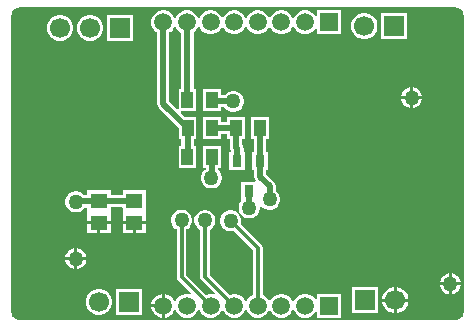
<source format=gbl>
G04*
G04 #@! TF.GenerationSoftware,Altium Limited,Altium Designer,21.4.1 (30)*
G04*
G04 Layer_Physical_Order=2*
G04 Layer_Color=16711680*
%FSLAX44Y44*%
%MOMM*%
G71*
G04*
G04 #@! TF.SameCoordinates,1B399950-D3B7-4EFA-8D0F-ABCAEF693611*
G04*
G04*
G04 #@! TF.FilePolarity,Positive*
G04*
G01*
G75*
%ADD27C,0.5000*%
%ADD28C,0.3000*%
%ADD29C,1.7000*%
%ADD30R,1.7000X1.7000*%
%ADD31C,1.5000*%
%ADD32R,1.5000X1.5000*%
%ADD33C,1.2700*%
%ADD34R,1.0000X1.3500*%
%ADD35R,1.4500X1.3000*%
%ADD36R,0.8000X1.0000*%
G36*
X386173Y277165D02*
X387529Y276603D01*
X388750Y275788D01*
X389788Y274750D01*
X390603Y273529D01*
X391165Y272173D01*
X391451Y270734D01*
Y270000D01*
Y20000D01*
Y19266D01*
X391165Y17827D01*
X390603Y16471D01*
X389788Y15250D01*
X388750Y14212D01*
X387529Y13397D01*
X386173Y12835D01*
X384734Y12549D01*
X384000Y12549D01*
X15266D01*
X13827Y12835D01*
X12471Y13397D01*
X11250Y14212D01*
X10212Y15250D01*
X9397Y16471D01*
X8835Y17827D01*
X8549Y19266D01*
X8549Y20000D01*
Y270000D01*
Y270734D01*
X8835Y272173D01*
X9397Y273529D01*
X10212Y274750D01*
X11250Y275788D01*
X12471Y276603D01*
X13827Y277165D01*
X15266Y277451D01*
X384734D01*
X386173Y277165D01*
D02*
G37*
%LPC*%
G36*
X287290Y274790D02*
X267210D01*
Y270119D01*
X265940Y269778D01*
X265284Y270915D01*
X263415Y272784D01*
X261125Y274106D01*
X258572Y274790D01*
X255928D01*
X253375Y274106D01*
X251085Y272784D01*
X249216Y270915D01*
X247912Y268657D01*
X247636Y268591D01*
X246864D01*
X246588Y268657D01*
X245284Y270915D01*
X243415Y272784D01*
X241125Y274106D01*
X238572Y274790D01*
X235928D01*
X233375Y274106D01*
X231085Y272784D01*
X229216Y270915D01*
X227912Y268657D01*
X227637Y268591D01*
X226864D01*
X226588Y268657D01*
X225284Y270915D01*
X223415Y272784D01*
X221125Y274106D01*
X218572Y274790D01*
X215928D01*
X213375Y274106D01*
X211085Y272784D01*
X209216Y270915D01*
X207912Y268657D01*
X207636Y268591D01*
X206864D01*
X206588Y268657D01*
X205284Y270915D01*
X203415Y272784D01*
X201125Y274106D01*
X198572Y274790D01*
X195928D01*
X193375Y274106D01*
X191085Y272784D01*
X189216Y270915D01*
X187912Y268657D01*
X187637Y268591D01*
X186864D01*
X186588Y268657D01*
X185284Y270915D01*
X183415Y272784D01*
X181125Y274106D01*
X178572Y274790D01*
X175928D01*
X173375Y274106D01*
X171085Y272784D01*
X169216Y270915D01*
X167912Y268657D01*
X167636Y268591D01*
X166864D01*
X166588Y268657D01*
X165284Y270915D01*
X163415Y272784D01*
X161125Y274106D01*
X158572Y274790D01*
X155928D01*
X153375Y274106D01*
X151085Y272784D01*
X149216Y270915D01*
X147912Y268657D01*
X147636Y268591D01*
X146864D01*
X146588Y268657D01*
X145284Y270915D01*
X143415Y272784D01*
X141125Y274106D01*
X138572Y274790D01*
X135928D01*
X133375Y274106D01*
X131085Y272784D01*
X129216Y270915D01*
X127894Y268625D01*
X127210Y266072D01*
Y263428D01*
X127894Y260875D01*
X129216Y258585D01*
X131085Y256716D01*
X132111Y256124D01*
Y195750D01*
X132502Y193783D01*
X133616Y192116D01*
X150210Y175523D01*
Y165960D01*
X152611D01*
Y160290D01*
X150170D01*
Y141710D01*
X165250D01*
Y160290D01*
X162889D01*
Y165960D01*
X165290D01*
Y184540D01*
X155727D01*
X151981Y188287D01*
X152467Y189460D01*
X165250D01*
Y208040D01*
X162849D01*
Y256389D01*
X163415Y256716D01*
X165284Y258585D01*
X166588Y260844D01*
X166864Y260909D01*
X167636D01*
X167912Y260844D01*
X169216Y258585D01*
X171085Y256716D01*
X173375Y255394D01*
X175928Y254710D01*
X178572D01*
X181125Y255394D01*
X183415Y256716D01*
X185284Y258585D01*
X186588Y260844D01*
X186864Y260909D01*
X187637D01*
X187912Y260844D01*
X189216Y258585D01*
X191085Y256716D01*
X193375Y255394D01*
X195928Y254710D01*
X198572D01*
X201125Y255394D01*
X203415Y256716D01*
X205284Y258585D01*
X206588Y260844D01*
X206864Y260909D01*
X207636D01*
X207912Y260844D01*
X209216Y258585D01*
X211085Y256716D01*
X213375Y255394D01*
X215928Y254710D01*
X218572D01*
X221125Y255394D01*
X223415Y256716D01*
X225284Y258585D01*
X226588Y260844D01*
X226864Y260909D01*
X227637D01*
X227912Y260844D01*
X229216Y258585D01*
X231085Y256716D01*
X233375Y255394D01*
X235928Y254710D01*
X238572D01*
X241125Y255394D01*
X243415Y256716D01*
X245284Y258585D01*
X246588Y260844D01*
X246864Y260909D01*
X247636D01*
X247912Y260844D01*
X249216Y258585D01*
X251085Y256716D01*
X253375Y255394D01*
X255928Y254710D01*
X258572D01*
X261125Y255394D01*
X263415Y256716D01*
X265284Y258585D01*
X265940Y259722D01*
X267210Y259381D01*
Y254710D01*
X287290D01*
Y274790D01*
D02*
G37*
G36*
X343940Y272540D02*
X321860D01*
Y250460D01*
X343940D01*
Y272540D01*
D02*
G37*
G36*
X308953D02*
X306047D01*
X303239Y271788D01*
X300721Y270334D01*
X298666Y268279D01*
X297212Y265761D01*
X296460Y262953D01*
Y260047D01*
X297212Y257239D01*
X298666Y254721D01*
X300721Y252666D01*
X303239Y251212D01*
X306047Y250460D01*
X308953D01*
X311761Y251212D01*
X314279Y252666D01*
X316334Y254721D01*
X317788Y257239D01*
X318540Y260047D01*
Y262953D01*
X317788Y265761D01*
X316334Y268279D01*
X314279Y270334D01*
X311761Y271788D01*
X308953Y272540D01*
D02*
G37*
G36*
X111710Y271060D02*
X89630D01*
Y248980D01*
X111710D01*
Y271060D01*
D02*
G37*
G36*
X76723D02*
X73817D01*
X71009Y270308D01*
X68491Y268854D01*
X66436Y266799D01*
X64982Y264281D01*
X64230Y261474D01*
Y258567D01*
X64982Y255759D01*
X66436Y253241D01*
X68491Y251186D01*
X71009Y249732D01*
X73817Y248980D01*
X76723D01*
X79531Y249732D01*
X82049Y251186D01*
X84104Y253241D01*
X85558Y255759D01*
X86310Y258567D01*
Y261474D01*
X85558Y264281D01*
X84104Y266799D01*
X82049Y268854D01*
X79531Y270308D01*
X76723Y271060D01*
D02*
G37*
G36*
X51323D02*
X48417D01*
X45609Y270308D01*
X43091Y268854D01*
X41036Y266799D01*
X39582Y264281D01*
X38830Y261474D01*
Y258567D01*
X39582Y255759D01*
X41036Y253241D01*
X43091Y251186D01*
X45609Y249732D01*
X48417Y248980D01*
X51323D01*
X54131Y249732D01*
X56649Y251186D01*
X58704Y253241D01*
X60158Y255759D01*
X60910Y258567D01*
Y261474D01*
X60158Y264281D01*
X58704Y266799D01*
X56649Y268854D01*
X54131Y270308D01*
X51323Y271060D01*
D02*
G37*
G36*
X348770Y209863D02*
Y202270D01*
X356363D01*
X355784Y204431D01*
X354614Y206459D01*
X352959Y208114D01*
X350931Y209284D01*
X348770Y209863D01*
D02*
G37*
G36*
X346230D02*
X344069Y209284D01*
X342041Y208114D01*
X340386Y206459D01*
X339216Y204431D01*
X338637Y202270D01*
X346230D01*
Y209863D01*
D02*
G37*
G36*
X356363Y199730D02*
X348770D01*
Y192137D01*
X350931Y192716D01*
X352959Y193886D01*
X354614Y195541D01*
X355784Y197569D01*
X356363Y199730D01*
D02*
G37*
G36*
X346230D02*
X338637D01*
X339216Y197569D01*
X340386Y195541D01*
X342041Y193886D01*
X344069Y192716D01*
X346230Y192137D01*
Y199730D01*
D02*
G37*
G36*
X185790Y208040D02*
X170710D01*
Y189460D01*
X185790D01*
Y193111D01*
X188913D01*
X189386Y192291D01*
X191041Y190636D01*
X193069Y189466D01*
X195330Y188860D01*
X197670D01*
X199931Y189466D01*
X201959Y190636D01*
X203614Y192291D01*
X204784Y194319D01*
X205390Y196580D01*
Y198920D01*
X204784Y201181D01*
X203614Y203209D01*
X201959Y204864D01*
X199931Y206034D01*
X197670Y206640D01*
X195330D01*
X193069Y206034D01*
X191041Y204864D01*
X189566Y203389D01*
X185790D01*
Y208040D01*
D02*
G37*
G36*
X206270Y184540D02*
X191190D01*
Y180389D01*
X185830D01*
Y184540D01*
X170750D01*
Y165960D01*
X185830D01*
Y170111D01*
X191190D01*
Y165960D01*
X193591D01*
Y163406D01*
X193361Y162250D01*
Y159250D01*
X193752Y157283D01*
X194737Y155810D01*
X194372Y154540D01*
X193210D01*
Y139460D01*
X206290D01*
Y154540D01*
X205139D01*
Y157750D01*
X204748Y159717D01*
X203647Y161364D01*
X203869Y162480D01*
Y165960D01*
X206270D01*
Y184540D01*
D02*
G37*
G36*
X185790Y160290D02*
X170710D01*
Y141710D01*
X172986D01*
Y140371D01*
X172541Y140114D01*
X170886Y138459D01*
X169716Y136431D01*
X169110Y134170D01*
Y131830D01*
X169716Y129569D01*
X170886Y127541D01*
X172541Y125886D01*
X174569Y124716D01*
X176830Y124110D01*
X179170D01*
X181431Y124716D01*
X183459Y125886D01*
X185114Y127541D01*
X186284Y129569D01*
X186890Y131830D01*
Y134170D01*
X186284Y136431D01*
X185114Y138459D01*
X183459Y140114D01*
X183264Y140226D01*
Y141710D01*
X185790D01*
Y160290D01*
D02*
G37*
G36*
X122540Y122810D02*
X102960D01*
Y118909D01*
X92540D01*
Y122810D01*
X72960D01*
Y118399D01*
X70174D01*
X68709Y119864D01*
X66681Y121034D01*
X64420Y121640D01*
X62080D01*
X59819Y121034D01*
X57791Y119864D01*
X56136Y118209D01*
X54966Y116181D01*
X54360Y113920D01*
Y111580D01*
X54966Y109319D01*
X56136Y107291D01*
X57791Y105636D01*
X59819Y104466D01*
X62080Y103860D01*
X64420D01*
X66681Y104466D01*
X68709Y105636D01*
X70364Y107291D01*
X70843Y108121D01*
X72062D01*
X72960Y107223D01*
X72960Y104730D01*
X72960Y103460D01*
Y96500D01*
X82750D01*
X92540D01*
Y103460D01*
X92540Y104270D01*
X92540Y105540D01*
Y108631D01*
X102062D01*
X102960Y107733D01*
X102960Y104730D01*
X102960Y103460D01*
Y96500D01*
X112750D01*
X122540D01*
Y103460D01*
X122540Y104270D01*
X122540Y105540D01*
Y122810D01*
D02*
G37*
G36*
X226810Y184540D02*
X211730D01*
Y165960D01*
X214131D01*
Y154540D01*
X212710D01*
Y139460D01*
X214111D01*
Y134000D01*
X214502Y132034D01*
X215320Y130810D01*
X214777Y129619D01*
X214689Y129540D01*
X202960D01*
Y114460D01*
X202960D01*
X203305Y113627D01*
X202886Y113209D01*
X201716Y111181D01*
X201110Y108920D01*
Y106580D01*
X201716Y104319D01*
X202886Y102291D01*
X204541Y100636D01*
X206569Y99466D01*
X208830Y98860D01*
X211170D01*
X213431Y99466D01*
X215459Y100636D01*
X217114Y102291D01*
X218284Y104319D01*
X218890Y106580D01*
Y108920D01*
X218770Y109367D01*
X219954Y109858D01*
X220136Y109541D01*
X221791Y107886D01*
X223819Y106716D01*
X226080Y106110D01*
X228420D01*
X230681Y106716D01*
X232709Y107886D01*
X234364Y109541D01*
X235534Y111569D01*
X236140Y113830D01*
Y116170D01*
X235534Y118431D01*
X234364Y120459D01*
X232709Y122114D01*
X232539Y122212D01*
Y125850D01*
X232148Y127817D01*
X231034Y129484D01*
X224389Y136129D01*
Y139460D01*
X225790D01*
Y154540D01*
X224409D01*
Y165960D01*
X226810D01*
Y184540D01*
D02*
G37*
G36*
X122540Y93960D02*
X114020D01*
Y86190D01*
X122540D01*
Y93960D01*
D02*
G37*
G36*
X111480D02*
X102960D01*
Y86190D01*
X111480D01*
Y93960D01*
D02*
G37*
G36*
X92540D02*
X84020D01*
Y86190D01*
X92540D01*
Y93960D01*
D02*
G37*
G36*
X81480D02*
X72960D01*
Y86190D01*
X81480D01*
Y93960D01*
D02*
G37*
G36*
X64520Y73613D02*
Y66020D01*
X72113D01*
X71534Y68181D01*
X70364Y70209D01*
X68709Y71864D01*
X66681Y73034D01*
X64520Y73613D01*
D02*
G37*
G36*
X61980D02*
X59819Y73034D01*
X57791Y71864D01*
X56136Y70209D01*
X54966Y68181D01*
X54387Y66020D01*
X61980D01*
Y73613D01*
D02*
G37*
G36*
X72113Y63480D02*
X64520D01*
Y55887D01*
X66681Y56466D01*
X68709Y57636D01*
X70364Y59291D01*
X71534Y61319D01*
X72113Y63480D01*
D02*
G37*
G36*
X61980D02*
X54387D01*
X54966Y61319D01*
X56136Y59291D01*
X57791Y57636D01*
X59819Y56466D01*
X61980Y55887D01*
Y63480D01*
D02*
G37*
G36*
X381520Y52113D02*
Y44520D01*
X389113D01*
X388534Y46681D01*
X387364Y48709D01*
X385709Y50364D01*
X383681Y51534D01*
X381520Y52113D01*
D02*
G37*
G36*
X378980D02*
X376819Y51534D01*
X374791Y50364D01*
X373136Y48709D01*
X371966Y46681D01*
X371387Y44520D01*
X378980D01*
Y52113D01*
D02*
G37*
G36*
X153920Y106140D02*
X151580D01*
X149319Y105534D01*
X147291Y104364D01*
X145636Y102709D01*
X144466Y100681D01*
X143860Y98420D01*
Y96080D01*
X144466Y93819D01*
X145636Y91791D01*
X147291Y90136D01*
X148631Y89363D01*
Y49250D01*
X148944Y47674D01*
X149837Y46337D01*
X160618Y35556D01*
X159961Y34418D01*
X158572Y34790D01*
X155928D01*
X153375Y34106D01*
X151085Y32784D01*
X149216Y30915D01*
X147912Y28656D01*
X147636Y28591D01*
X146864D01*
X146588Y28656D01*
X145284Y30915D01*
X143415Y32784D01*
X141125Y34106D01*
X138572Y34790D01*
X138520D01*
Y24750D01*
Y14710D01*
X138572D01*
X141125Y15394D01*
X143415Y16716D01*
X145284Y18585D01*
X146588Y20844D01*
X146864Y20909D01*
X147636D01*
X147912Y20844D01*
X149216Y18585D01*
X151085Y16716D01*
X153375Y15394D01*
X155928Y14710D01*
X158572D01*
X161125Y15394D01*
X163415Y16716D01*
X165284Y18585D01*
X166588Y20844D01*
X166864Y20909D01*
X167636D01*
X167912Y20844D01*
X169216Y18585D01*
X171085Y16716D01*
X173375Y15394D01*
X175928Y14710D01*
X178572D01*
X181125Y15394D01*
X183415Y16716D01*
X185284Y18585D01*
X186588Y20844D01*
X186864Y20909D01*
X187637D01*
X187912Y20844D01*
X189216Y18585D01*
X191085Y16716D01*
X193375Y15394D01*
X195928Y14710D01*
X198572D01*
X201125Y15394D01*
X203415Y16716D01*
X205284Y18585D01*
X206588Y20844D01*
X206864Y20909D01*
X207636D01*
X207912Y20844D01*
X209216Y18585D01*
X211085Y16716D01*
X213375Y15394D01*
X215928Y14710D01*
X218572D01*
X221125Y15394D01*
X223415Y16716D01*
X225284Y18585D01*
X226588Y20844D01*
X226864Y20909D01*
X227637D01*
X227912Y20844D01*
X229216Y18585D01*
X231085Y16716D01*
X233375Y15394D01*
X235928Y14710D01*
X238572D01*
X241125Y15394D01*
X243415Y16716D01*
X245284Y18585D01*
X246588Y20844D01*
X246864Y20909D01*
X247636D01*
X247912Y20844D01*
X249216Y18585D01*
X251085Y16716D01*
X253375Y15394D01*
X255928Y14710D01*
X258572D01*
X261125Y15394D01*
X263415Y16716D01*
X265284Y18585D01*
X265940Y19722D01*
X267210Y19381D01*
Y14710D01*
X287290D01*
Y34790D01*
X267210D01*
Y30119D01*
X265940Y29778D01*
X265284Y30915D01*
X263415Y32784D01*
X261125Y34106D01*
X258572Y34790D01*
X255928D01*
X253375Y34106D01*
X251085Y32784D01*
X249216Y30915D01*
X247912Y28656D01*
X247636Y28591D01*
X246864D01*
X246588Y28656D01*
X245284Y30915D01*
X243415Y32784D01*
X241125Y34106D01*
X238572Y34790D01*
X235928D01*
X233375Y34106D01*
X231085Y32784D01*
X229216Y30915D01*
X227912Y28656D01*
X227637Y28591D01*
X226864D01*
X226588Y28656D01*
X225284Y30915D01*
X223415Y32784D01*
X221369Y33965D01*
Y73750D01*
X221056Y75326D01*
X220163Y76663D01*
X202740Y94086D01*
X203140Y95580D01*
Y97920D01*
X202534Y100181D01*
X201364Y102209D01*
X199709Y103864D01*
X197681Y105034D01*
X195420Y105640D01*
X193080D01*
X190819Y105034D01*
X188791Y103864D01*
X187136Y102209D01*
X185966Y100181D01*
X185360Y97920D01*
Y95580D01*
X185966Y93319D01*
X187136Y91291D01*
X188791Y89636D01*
X190819Y88466D01*
X193080Y87860D01*
X195420D01*
X196914Y88260D01*
X213131Y72044D01*
Y33965D01*
X211085Y32784D01*
X209216Y30915D01*
X207912Y28656D01*
X207636Y28591D01*
X206864D01*
X206588Y28656D01*
X205284Y30915D01*
X203415Y32784D01*
X201125Y34106D01*
X198572Y34790D01*
X195928D01*
X193647Y34179D01*
X176619Y51206D01*
Y89113D01*
X177959Y89886D01*
X179614Y91541D01*
X180784Y93569D01*
X181390Y95830D01*
Y98170D01*
X180784Y100431D01*
X179614Y102459D01*
X177959Y104114D01*
X175931Y105284D01*
X173670Y105890D01*
X171330D01*
X169069Y105284D01*
X167041Y104114D01*
X165386Y102459D01*
X164216Y100431D01*
X163610Y98170D01*
Y95830D01*
X164216Y93569D01*
X165386Y91541D01*
X167041Y89886D01*
X168381Y89113D01*
Y49500D01*
X168694Y47924D01*
X169587Y46587D01*
X180618Y35556D01*
X179961Y34418D01*
X178572Y34790D01*
X175928D01*
X173647Y34179D01*
X156869Y50956D01*
Y89363D01*
X158209Y90136D01*
X159864Y91791D01*
X161034Y93819D01*
X161640Y96080D01*
Y98420D01*
X161034Y100681D01*
X159864Y102709D01*
X158209Y104364D01*
X156181Y105534D01*
X153920Y106140D01*
D02*
G37*
G36*
X389113Y41980D02*
X381520D01*
Y34387D01*
X383681Y34966D01*
X385709Y36136D01*
X387364Y37791D01*
X388534Y39819D01*
X389113Y41980D01*
D02*
G37*
G36*
X378980D02*
X371387D01*
X371966Y39819D01*
X373136Y37791D01*
X374791Y36136D01*
X376819Y34966D01*
X378980Y34387D01*
Y41980D01*
D02*
G37*
G36*
X335204Y40540D02*
X335020D01*
Y30770D01*
X344790D01*
Y30954D01*
X344038Y33761D01*
X342584Y36279D01*
X340529Y38334D01*
X338011Y39788D01*
X335204Y40540D01*
D02*
G37*
G36*
X332480D02*
X332297D01*
X329489Y39788D01*
X326971Y38334D01*
X324916Y36279D01*
X323462Y33761D01*
X322710Y30954D01*
Y30770D01*
X332480D01*
Y40540D01*
D02*
G37*
G36*
X135980Y34790D02*
X135928D01*
X133375Y34106D01*
X131085Y32784D01*
X129216Y30915D01*
X127894Y28625D01*
X127210Y26072D01*
Y26020D01*
X135980D01*
Y34790D01*
D02*
G37*
G36*
X344790Y28230D02*
X335020D01*
Y18460D01*
X335204D01*
X338011Y19212D01*
X340529Y20666D01*
X342584Y22721D01*
X344038Y25239D01*
X344790Y28047D01*
Y28230D01*
D02*
G37*
G36*
X332480D02*
X322710D01*
Y28047D01*
X323462Y25239D01*
X324916Y22721D01*
X326971Y20666D01*
X329489Y19212D01*
X332297Y18460D01*
X332480D01*
Y28230D01*
D02*
G37*
G36*
X319390Y40540D02*
X297310D01*
Y18460D01*
X319390D01*
Y40540D01*
D02*
G37*
G36*
X119040Y39040D02*
X96960D01*
Y16960D01*
X119040D01*
Y39040D01*
D02*
G37*
G36*
X84053D02*
X81147D01*
X78339Y38288D01*
X75821Y36834D01*
X73766Y34779D01*
X72312Y32261D01*
X71560Y29453D01*
Y26547D01*
X72312Y23739D01*
X73766Y21221D01*
X75821Y19166D01*
X78339Y17712D01*
X81147Y16960D01*
X84053D01*
X86861Y17712D01*
X89379Y19166D01*
X91434Y21221D01*
X92888Y23739D01*
X93640Y26547D01*
Y29453D01*
X92888Y32261D01*
X91434Y34779D01*
X89379Y36834D01*
X86861Y38288D01*
X84053Y39040D01*
D02*
G37*
G36*
X135980Y23480D02*
X127210D01*
Y23428D01*
X127894Y20875D01*
X129216Y18585D01*
X131085Y16716D01*
X133375Y15394D01*
X135928Y14710D01*
X135980D01*
Y23480D01*
D02*
G37*
%LPD*%
G36*
X147912Y260844D02*
X149216Y258585D01*
X151085Y256716D01*
X152571Y255858D01*
Y208040D01*
X150170D01*
Y191757D01*
X148997Y191271D01*
X142389Y197878D01*
Y256124D01*
X143415Y256716D01*
X145284Y258585D01*
X146588Y260844D01*
X146864Y260909D01*
X147636D01*
X147912Y260844D01*
D02*
G37*
D27*
X63760Y113260D02*
X82240D01*
X82750Y113770D01*
X63250Y112750D02*
X63760Y113260D01*
X82750Y113770D02*
X112750D01*
X209750Y108000D02*
Y121750D01*
X209500Y122000D02*
X209750Y121750D01*
Y108000D02*
X210000Y107750D01*
X178000Y133000D02*
X178125Y133125D01*
Y150875D02*
X178250Y151000D01*
X178125Y133125D02*
Y150875D01*
X178750Y198250D02*
X196000D01*
X178250Y198750D02*
X178750Y198250D01*
X196000D02*
X196500Y197750D01*
X219250Y134000D02*
Y147000D01*
Y134000D02*
X227400Y125850D01*
Y115150D02*
Y125850D01*
X227250Y115000D02*
X227400Y115150D01*
X219250Y147000D02*
X219270Y147020D01*
Y175250D01*
X178290D02*
X198730D01*
X199750Y147000D02*
X200000Y147250D01*
Y157750D01*
X198500Y159250D02*
X200000Y157750D01*
X198500Y159250D02*
Y162250D01*
X198730Y162480D01*
Y175250D01*
X157710Y151000D02*
X157750Y151040D01*
Y175250D01*
X137250Y195750D02*
Y264750D01*
Y195750D02*
X157750Y175250D01*
X157710Y198750D02*
Y264290D01*
D28*
X217250Y24750D02*
Y73750D01*
X194250Y96750D02*
X217250Y73750D01*
X172500Y49500D02*
Y97000D01*
Y49500D02*
X197250Y24750D01*
X152750Y49250D02*
Y97250D01*
Y49250D02*
X177250Y24750D01*
X157250Y264750D02*
X157710Y264290D01*
D29*
X333750Y29500D02*
D03*
X75270Y260020D02*
D03*
X49870D02*
D03*
X82600Y28000D02*
D03*
X307500Y261500D02*
D03*
D30*
X308350Y29500D02*
D03*
X100670Y260020D02*
D03*
X108000Y28000D02*
D03*
X332900Y261500D02*
D03*
D31*
X137250Y24750D02*
D03*
X157250D02*
D03*
X177250D02*
D03*
X257250D02*
D03*
X237250D02*
D03*
X217250D02*
D03*
X197250D02*
D03*
X137250Y264750D02*
D03*
X157250D02*
D03*
X177250D02*
D03*
X257250D02*
D03*
X237250D02*
D03*
X217250D02*
D03*
X197250D02*
D03*
D32*
X277250Y24750D02*
D03*
Y264750D02*
D03*
D33*
X347500Y201000D02*
D03*
X380250Y43250D02*
D03*
X63250Y112750D02*
D03*
Y64750D02*
D03*
X210000Y107750D02*
D03*
X178000Y133000D02*
D03*
X196500Y197750D02*
D03*
X227250Y115000D02*
D03*
X194250Y96750D02*
D03*
X172500Y97000D02*
D03*
X152750Y97250D02*
D03*
D34*
X178250Y151000D02*
D03*
X157710D02*
D03*
X157750Y175250D02*
D03*
X178290D02*
D03*
X219270D02*
D03*
X198730D02*
D03*
X178250Y198750D02*
D03*
X157710D02*
D03*
D35*
X82750Y113770D02*
D03*
Y95230D02*
D03*
X112750Y113770D02*
D03*
Y95230D02*
D03*
D36*
X209500Y122000D02*
D03*
X199750Y147000D02*
D03*
X219250D02*
D03*
M02*

</source>
